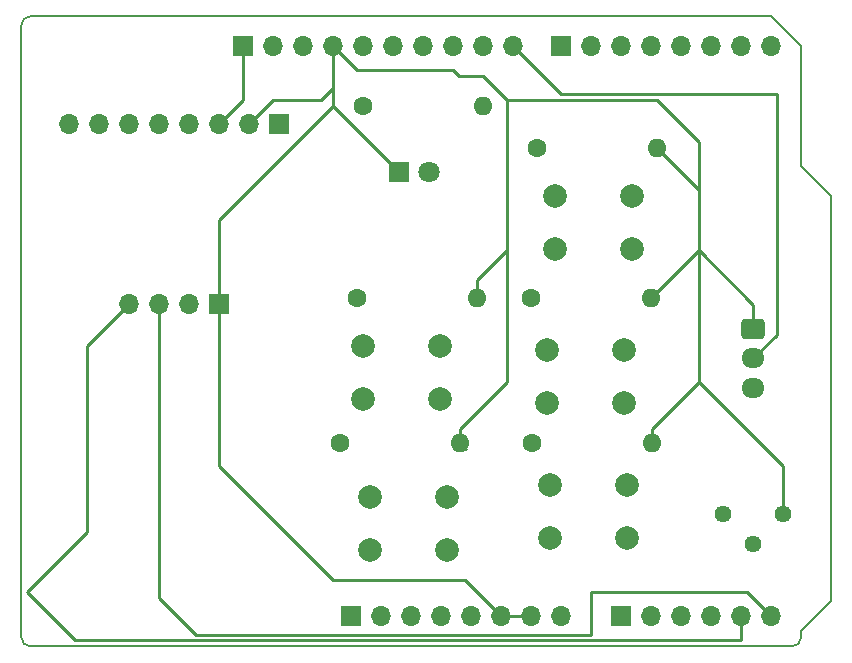
<source format=gbr>
%TF.GenerationSoftware,KiCad,Pcbnew,8.0.8*%
%TF.CreationDate,2025-02-04T02:58:58-07:00*%
%TF.ProjectId,iugplknlk,69756770-6c6b-46e6-9c6b-2e6b69636164,rev?*%
%TF.SameCoordinates,Original*%
%TF.FileFunction,Profile,NP*%
%FSLAX46Y46*%
G04 Gerber Fmt 4.6, Leading zero omitted, Abs format (unit mm)*
G04 Created by KiCad (PCBNEW 8.0.8) date 2025-02-04 02:58:58*
%MOMM*%
%LPD*%
G01*
G04 APERTURE LIST*
G04 Aperture macros list*
%AMRoundRect*
0 Rectangle with rounded corners*
0 $1 Rounding radius*
0 $2 $3 $4 $5 $6 $7 $8 $9 X,Y pos of 4 corners*
0 Add a 4 corners polygon primitive as box body*
4,1,4,$2,$3,$4,$5,$6,$7,$8,$9,$2,$3,0*
0 Add four circle primitives for the rounded corners*
1,1,$1+$1,$2,$3*
1,1,$1+$1,$4,$5*
1,1,$1+$1,$6,$7*
1,1,$1+$1,$8,$9*
0 Add four rect primitives between the rounded corners*
20,1,$1+$1,$2,$3,$4,$5,0*
20,1,$1+$1,$4,$5,$6,$7,0*
20,1,$1+$1,$6,$7,$8,$9,0*
20,1,$1+$1,$8,$9,$2,$3,0*%
G04 Aperture macros list end*
%TA.AperFunction,Profile*%
%ADD10C,0.150000*%
%TD*%
%TA.AperFunction,ComponentPad*%
%ADD11R,1.700000X1.700000*%
%TD*%
%TA.AperFunction,ComponentPad*%
%ADD12O,1.700000X1.700000*%
%TD*%
%TA.AperFunction,ComponentPad*%
%ADD13C,1.600000*%
%TD*%
%TA.AperFunction,ComponentPad*%
%ADD14O,1.600000X1.600000*%
%TD*%
%TA.AperFunction,ComponentPad*%
%ADD15C,2.000000*%
%TD*%
%TA.AperFunction,ComponentPad*%
%ADD16R,1.800000X1.800000*%
%TD*%
%TA.AperFunction,ComponentPad*%
%ADD17C,1.800000*%
%TD*%
%TA.AperFunction,ComponentPad*%
%ADD18RoundRect,0.250000X-0.725000X0.600000X-0.725000X-0.600000X0.725000X-0.600000X0.725000X0.600000X0*%
%TD*%
%TA.AperFunction,ComponentPad*%
%ADD19O,1.950000X1.700000*%
%TD*%
%TA.AperFunction,ComponentPad*%
%ADD20C,1.440000*%
%TD*%
%TA.AperFunction,Conductor*%
%ADD21C,0.250000*%
%TD*%
G04 APERTURE END LIST*
D10*
X166040000Y-59360000D02*
X168580000Y-61900000D01*
X100000000Y-99238000D02*
X100000000Y-47422000D01*
X168580000Y-61900000D02*
X168580000Y-96190000D01*
X165278000Y-100000000D02*
X100762000Y-100000000D01*
X100762000Y-46660000D02*
X163500000Y-46660000D01*
X100762000Y-100000000D02*
G75*
G02*
X100000000Y-99238000I0J762000D01*
G01*
X168580000Y-96190000D02*
X166040000Y-98730000D01*
X163500000Y-46660000D02*
X166040000Y-49200000D01*
X166040000Y-99238000D02*
G75*
G02*
X165278000Y-100000000I-762000J0D01*
G01*
X166040000Y-49200000D02*
X166040000Y-59360000D01*
X166040000Y-98730000D02*
X166040000Y-99238000D01*
X100000000Y-47422000D02*
G75*
G02*
X100762000Y-46660000I762000J0D01*
G01*
D11*
%TO.P,J1,1,Pin_1*%
%TO.N,unconnected-(J1-Pin_1-Pad1)*%
X127940000Y-97460000D03*
D12*
%TO.P,J1,2,Pin_2*%
%TO.N,/IOREF*%
X130480000Y-97460000D03*
%TO.P,J1,3,Pin_3*%
%TO.N,/~{RESET}*%
X133020000Y-97460000D03*
%TO.P,J1,4,Pin_4*%
%TO.N,+3V3*%
X135560000Y-97460000D03*
%TO.P,J1,5,Pin_5*%
%TO.N,+5V*%
X138100000Y-97460000D03*
%TO.P,J1,6,Pin_6*%
%TO.N,GND*%
X140640000Y-97460000D03*
%TO.P,J1,7,Pin_7*%
X143180000Y-97460000D03*
%TO.P,J1,8,Pin_8*%
%TO.N,VCC*%
X145720000Y-97460000D03*
%TD*%
D11*
%TO.P,J3,1,Pin_1*%
%TO.N,/temp_sensor*%
X150800000Y-97460000D03*
D12*
%TO.P,J3,2,Pin_2*%
%TO.N,/A1*%
X153340000Y-97460000D03*
%TO.P,J3,3,Pin_3*%
%TO.N,/A2*%
X155880000Y-97460000D03*
%TO.P,J3,4,Pin_4*%
%TO.N,/A3*%
X158420000Y-97460000D03*
%TO.P,J3,5,Pin_5*%
%TO.N,/I2C_SDA*%
X160960000Y-97460000D03*
%TO.P,J3,6,Pin_6*%
%TO.N,/I2C_SCL*%
X163500000Y-97460000D03*
%TD*%
D11*
%TO.P,J2,1,Pin_1*%
%TO.N,/I2C_SCL*%
X118796000Y-49200000D03*
D12*
%TO.P,J2,2,Pin_2*%
%TO.N,/I2C_SDA*%
X121336000Y-49200000D03*
%TO.P,J2,3,Pin_3*%
%TO.N,/AREF*%
X123876000Y-49200000D03*
%TO.P,J2,4,Pin_4*%
%TO.N,GND*%
X126416000Y-49200000D03*
%TO.P,J2,5,Pin_5*%
%TO.N,/13*%
X128956000Y-49200000D03*
%TO.P,J2,6,Pin_6*%
%TO.N,/12*%
X131496000Y-49200000D03*
%TO.P,J2,7,Pin_7*%
%TO.N,/\u002A11*%
X134036000Y-49200000D03*
%TO.P,J2,8,Pin_8*%
%TO.N,/\u002A10*%
X136576000Y-49200000D03*
%TO.P,J2,9,Pin_9*%
%TO.N,/led_light*%
X139116000Y-49200000D03*
%TO.P,J2,10,Pin_10*%
%TO.N,/temp_digital*%
X141656000Y-49200000D03*
%TD*%
D11*
%TO.P,J4,1,Pin_1*%
%TO.N,/7*%
X145720000Y-49200000D03*
D12*
%TO.P,J4,2,Pin_2*%
%TO.N,/button_light*%
X148260000Y-49200000D03*
%TO.P,J4,3,Pin_3*%
%TO.N,/button_cal*%
X150800000Y-49200000D03*
%TO.P,J4,4,Pin_4*%
%TO.N,/button_units*%
X153340000Y-49200000D03*
%TO.P,J4,5,Pin_5*%
%TO.N,/button_lock*%
X155880000Y-49200000D03*
%TO.P,J4,6,Pin_6*%
%TO.N,/button_onoff*%
X158420000Y-49200000D03*
%TO.P,J4,7,Pin_7*%
%TO.N,/TX{slash}1*%
X160960000Y-49200000D03*
%TO.P,J4,8,Pin_8*%
%TO.N,/RX{slash}0*%
X163500000Y-49200000D03*
%TD*%
D13*
%TO.P,R6,1*%
%TO.N,/led_light*%
X128956000Y-54280000D03*
D14*
%TO.P,R6,2*%
%TO.N,Net-(D1-A)*%
X139116000Y-54280000D03*
%TD*%
D11*
%TO.P,J6,1,Pin_1*%
%TO.N,GND*%
X116764000Y-71044000D03*
D12*
%TO.P,J6,2,Pin_2*%
%TO.N,+5V*%
X114224000Y-71044000D03*
%TO.P,J6,3,Pin_3*%
%TO.N,/I2C_SCL*%
X111684000Y-71044000D03*
%TO.P,J6,4,Pin_4*%
%TO.N,/I2C_SDA*%
X109144000Y-71044000D03*
%TD*%
D15*
%TO.P,SW5,2,B*%
%TO.N,+5V*%
X151308000Y-90856000D03*
X144808000Y-90856000D03*
%TO.P,SW5,1,A*%
%TO.N,/button_onoff*%
X151308000Y-86356000D03*
X144808000Y-86356000D03*
%TD*%
D11*
%TO.P,J5,1,Pin_1*%
%TO.N,+5V*%
X121844000Y-55804000D03*
D12*
%TO.P,J5,2,Pin_2*%
%TO.N,GND*%
X119304000Y-55804000D03*
%TO.P,J5,3,Pin_3*%
%TO.N,/I2C_SCL*%
X116764000Y-55804000D03*
%TO.P,J5,4,Pin_4*%
%TO.N,/I2C_SDA*%
X114224000Y-55804000D03*
%TO.P,J5,5,Pin_5*%
%TO.N,unconnected-(J5-Pin_5-Pad5)*%
X111684000Y-55804000D03*
%TO.P,J5,6,Pin_6*%
%TO.N,unconnected-(J5-Pin_6-Pad6)*%
X109144000Y-55804000D03*
%TO.P,J5,7,Pin_7*%
%TO.N,unconnected-(J5-Pin_7-Pad7)*%
X106604000Y-55804000D03*
%TO.P,J5,8,Pin_8*%
%TO.N,unconnected-(J5-Pin_8-Pad8)*%
X104064000Y-55804000D03*
%TD*%
D15*
%TO.P,SW1,1,A*%
%TO.N,/button_units*%
X145212000Y-61900000D03*
X151712000Y-61900000D03*
%TO.P,SW1,2,B*%
%TO.N,+5V*%
X145212000Y-66400000D03*
X151712000Y-66400000D03*
%TD*%
%TO.P,SW4,1,A*%
%TO.N,/button_light*%
X128956000Y-74600000D03*
X135456000Y-74600000D03*
%TO.P,SW4,2,B*%
%TO.N,+5V*%
X128956000Y-79100000D03*
X135456000Y-79100000D03*
%TD*%
%TO.P,SW3,2,B*%
%TO.N,+5V*%
X151002000Y-79390000D03*
X144502000Y-79390000D03*
%TO.P,SW3,1,A*%
%TO.N,/button_lock*%
X151002000Y-74890000D03*
X144502000Y-74890000D03*
%TD*%
D14*
%TO.P,R3,2*%
%TO.N,GND*%
X153340000Y-70536000D03*
D13*
%TO.P,R3,1*%
%TO.N,/button_lock*%
X143180000Y-70536000D03*
%TD*%
D16*
%TO.P,D1,1,K*%
%TO.N,GND*%
X132004000Y-59868000D03*
D17*
%TO.P,D1,2,A*%
%TO.N,Net-(D1-A)*%
X134544000Y-59868000D03*
%TD*%
D13*
%TO.P,R2,1*%
%TO.N,/button_cal*%
X127028000Y-82800000D03*
D14*
%TO.P,R2,2*%
%TO.N,GND*%
X137188000Y-82800000D03*
%TD*%
D13*
%TO.P,R5,1*%
%TO.N,/button_onoff*%
X143284000Y-82800000D03*
D14*
%TO.P,R5,2*%
%TO.N,GND*%
X153444000Y-82800000D03*
%TD*%
D15*
%TO.P,SW2,1,A*%
%TO.N,/button_cal*%
X129568000Y-87372000D03*
X136068000Y-87372000D03*
%TO.P,SW2,2,B*%
%TO.N,+5V*%
X129568000Y-91872000D03*
X136068000Y-91872000D03*
%TD*%
D18*
%TO.P,J7,1,Pin_1*%
%TO.N,GND*%
X161993000Y-73116000D03*
D19*
%TO.P,J7,2,Pin_2*%
%TO.N,/temp_digital*%
X161993000Y-75616000D03*
%TO.P,J7,3,Pin_3*%
%TO.N,+5V*%
X161993000Y-78116000D03*
%TD*%
D13*
%TO.P,R1,1*%
%TO.N,/button_units*%
X143688000Y-57836000D03*
D14*
%TO.P,R1,2*%
%TO.N,GND*%
X153848000Y-57836000D03*
%TD*%
D20*
%TO.P,RV1,1,1*%
%TO.N,+5V*%
X159436000Y-88824000D03*
%TO.P,RV1,2,2*%
%TO.N,/temp_sensor*%
X161976000Y-91364000D03*
%TO.P,RV1,3,3*%
%TO.N,GND*%
X164516000Y-88824000D03*
%TD*%
D13*
%TO.P,R4,1*%
%TO.N,/button_light*%
X128448000Y-70536000D03*
D14*
%TO.P,R4,2*%
%TO.N,GND*%
X138608000Y-70536000D03*
%TD*%
D21*
%TO.N,GND*%
X116764000Y-84760000D02*
X116764000Y-71044000D01*
X126416000Y-94412000D02*
X116764000Y-84760000D01*
X137592000Y-94412000D02*
X126416000Y-94412000D01*
X140640000Y-97460000D02*
X137592000Y-94412000D01*
X140640000Y-97460000D02*
X143180000Y-97460000D01*
X164516000Y-84760000D02*
X157404000Y-77648000D01*
X164516000Y-88824000D02*
X164516000Y-84760000D01*
X161993000Y-71061000D02*
X157404000Y-66472000D01*
X161993000Y-73116000D02*
X161993000Y-71061000D01*
X157404000Y-65964000D02*
X157404000Y-77648000D01*
X153340000Y-70536000D02*
X157404000Y-66472000D01*
X157404000Y-66472000D02*
X157404000Y-65964000D01*
X157404000Y-62408000D02*
X157404000Y-65964000D01*
X157404000Y-61392000D02*
X153848000Y-57836000D01*
X157404000Y-62408000D02*
X157404000Y-61392000D01*
X157404000Y-57328000D02*
X157404000Y-62408000D01*
X153444000Y-81608000D02*
X153444000Y-82800000D01*
X157404000Y-77648000D02*
X153444000Y-81608000D01*
X153848000Y-53772000D02*
X157404000Y-57328000D01*
X141148000Y-53772000D02*
X153848000Y-53772000D01*
X141148000Y-66472000D02*
X138608000Y-69012000D01*
X141148000Y-66472000D02*
X141148000Y-77648000D01*
X141148000Y-53772000D02*
X141148000Y-66472000D01*
X138608000Y-69012000D02*
X138608000Y-70536000D01*
X137188000Y-81608000D02*
X137188000Y-82800000D01*
X141148000Y-77648000D02*
X137188000Y-81608000D01*
X136576000Y-51232000D02*
X137084000Y-51740000D01*
X128448000Y-51232000D02*
X136576000Y-51232000D01*
X137084000Y-51740000D02*
X139116000Y-51740000D01*
X139116000Y-51740000D02*
X141148000Y-53772000D01*
X126416000Y-49200000D02*
X128448000Y-51232000D01*
X116764000Y-63932000D02*
X116764000Y-71044000D01*
X126416000Y-54280000D02*
X116764000Y-63932000D01*
X125400000Y-53772000D02*
X121336000Y-53772000D01*
X126416000Y-52756000D02*
X125400000Y-53772000D01*
X126416000Y-52756000D02*
X126416000Y-54280000D01*
X121336000Y-53772000D02*
X119304000Y-55804000D01*
X126416000Y-54280000D02*
X132004000Y-59868000D01*
%TO.N,/I2C_SCL*%
X148260000Y-95428000D02*
X161468000Y-95428000D01*
X161468000Y-95428000D02*
X163500000Y-97460000D01*
X114790000Y-99042000D02*
X148260000Y-99042000D01*
X111684000Y-95936000D02*
X114790000Y-99042000D01*
X111684000Y-71044000D02*
X111684000Y-95936000D01*
X148260000Y-99042000D02*
X148260000Y-95428000D01*
%TO.N,/I2C_SDA*%
X105588000Y-90348000D02*
X100508000Y-95428000D01*
X105588000Y-74600000D02*
X105588000Y-90348000D01*
X105588000Y-74600000D02*
X109144000Y-71044000D01*
X104572000Y-99492000D02*
X100508000Y-95428000D01*
X160960000Y-99492000D02*
X104572000Y-99492000D01*
X160960000Y-97460000D02*
X160960000Y-99492000D01*
%TO.N,/I2C_SCL*%
X118796000Y-53772000D02*
X116764000Y-55804000D01*
X118796000Y-49200000D02*
X118796000Y-53772000D01*
%TO.N,/temp_digital*%
X164008000Y-73601000D02*
X161993000Y-75616000D01*
X164008000Y-53264000D02*
X164008000Y-73601000D01*
X145720000Y-53264000D02*
X164008000Y-53264000D01*
X141656000Y-49200000D02*
X145720000Y-53264000D01*
%TO.N,GND*%
X137188000Y-82800000D02*
X137696000Y-83308000D01*
%TO.N,/button_cal*%
X127028000Y-82733009D02*
X127028000Y-82800000D01*
%TO.N,GND*%
X152936000Y-83308000D02*
X153444000Y-82800000D01*
%TO.N,/button_cal*%
X150800000Y-49200000D02*
X150733009Y-49200000D01*
%TO.N,GND*%
X126416000Y-49200000D02*
X126416000Y-52756000D01*
%TD*%
M02*

</source>
